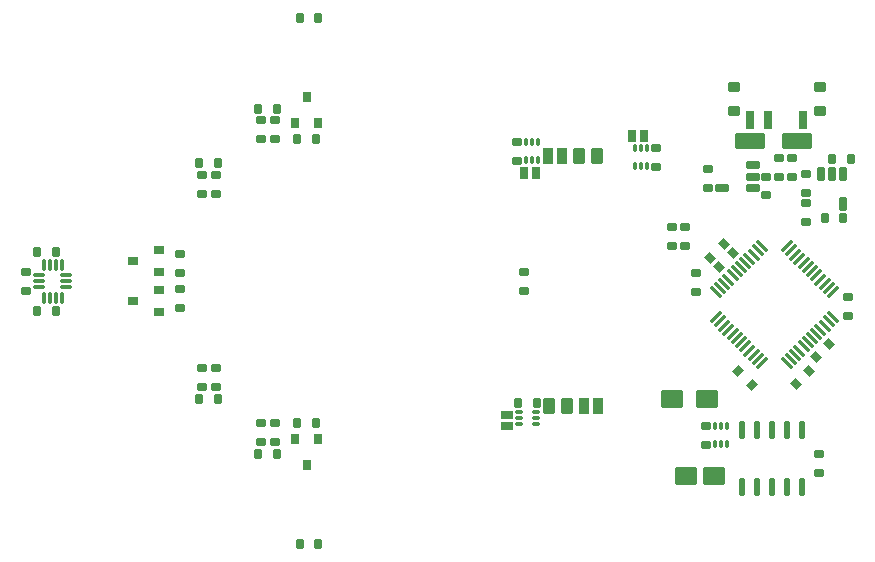
<source format=gtp>
G04 #@! TF.GenerationSoftware,KiCad,Pcbnew,7.0.5*
G04 #@! TF.CreationDate,2024-01-12T07:50:16+09:00*
G04 #@! TF.ProjectId,uglyBob,75676c79-426f-4622-9e6b-696361645f70,rev?*
G04 #@! TF.SameCoordinates,Original*
G04 #@! TF.FileFunction,Paste,Top*
G04 #@! TF.FilePolarity,Positive*
%FSLAX46Y46*%
G04 Gerber Fmt 4.6, Leading zero omitted, Abs format (unit mm)*
G04 Created by KiCad (PCBNEW 7.0.5) date 2024-01-12 07:50:16*
%MOMM*%
%LPD*%
G01*
G04 APERTURE LIST*
G04 Aperture macros list*
%AMRoundRect*
0 Rectangle with rounded corners*
0 $1 Rounding radius*
0 $2 $3 $4 $5 $6 $7 $8 $9 X,Y pos of 4 corners*
0 Add a 4 corners polygon primitive as box body*
4,1,4,$2,$3,$4,$5,$6,$7,$8,$9,$2,$3,0*
0 Add four circle primitives for the rounded corners*
1,1,$1+$1,$2,$3*
1,1,$1+$1,$4,$5*
1,1,$1+$1,$6,$7*
1,1,$1+$1,$8,$9*
0 Add four rect primitives between the rounded corners*
20,1,$1+$1,$2,$3,$4,$5,0*
20,1,$1+$1,$4,$5,$6,$7,0*
20,1,$1+$1,$6,$7,$8,$9,0*
20,1,$1+$1,$8,$9,$2,$3,0*%
G04 Aperture macros list end*
%ADD10RoundRect,0.080000X0.320000X-0.620000X0.320000X0.620000X-0.320000X0.620000X-0.320000X-0.620000X0*%
%ADD11RoundRect,0.100000X0.400000X-0.600000X0.400000X0.600000X-0.400000X0.600000X-0.400000X-0.600000X0*%
%ADD12RoundRect,0.037500X0.362500X-0.262500X0.362500X0.262500X-0.362500X0.262500X-0.362500X-0.262500X0*%
%ADD13RoundRect,0.037500X0.262500X0.362500X-0.262500X0.362500X-0.262500X-0.362500X0.262500X-0.362500X0*%
%ADD14RoundRect,0.037500X-0.262500X-0.362500X0.262500X-0.362500X0.262500X0.362500X-0.262500X0.362500X0*%
%ADD15RoundRect,0.019685X-0.280315X0.530315X-0.280315X-0.530315X0.280315X-0.530315X0.280315X0.530315X0*%
%ADD16RoundRect,0.140000X-1.110000X0.560000X-1.110000X-0.560000X1.110000X-0.560000X1.110000X0.560000X0*%
%ADD17RoundRect,0.100000X0.150000X0.650000X-0.150000X0.650000X-0.150000X-0.650000X0.150000X-0.650000X0*%
%ADD18RoundRect,0.037500X-0.362500X0.262500X-0.362500X-0.262500X0.362500X-0.262500X0.362500X0.262500X0*%
%ADD19RoundRect,0.060000X0.390000X0.240000X-0.390000X0.240000X-0.390000X-0.240000X0.390000X-0.240000X0*%
%ADD20RoundRect,0.037500X0.441942X0.070711X0.070711X0.441942X-0.441942X-0.070711X-0.070711X-0.441942X0*%
%ADD21RoundRect,0.060000X-0.240000X0.390000X-0.240000X-0.390000X0.240000X-0.390000X0.240000X0.390000X0*%
%ADD22RoundRect,0.050000X-0.318198X-0.459619X0.459619X0.318198X0.318198X0.459619X-0.459619X-0.318198X0*%
%ADD23RoundRect,0.050000X0.459619X-0.318198X-0.318198X0.459619X-0.459619X0.318198X0.318198X-0.459619X0*%
%ADD24RoundRect,0.050000X0.318198X0.459619X-0.459619X-0.318198X-0.318198X-0.459619X0.459619X0.318198X0*%
%ADD25RoundRect,0.037500X0.070711X-0.441942X0.441942X-0.070711X-0.070711X0.441942X-0.441942X0.070711X0*%
%ADD26RoundRect,0.070000X0.280000X0.680000X-0.280000X0.680000X-0.280000X-0.680000X0.280000X-0.680000X0*%
%ADD27RoundRect,0.080000X0.420000X0.320000X-0.420000X0.320000X-0.420000X-0.320000X0.420000X-0.320000X0*%
%ADD28RoundRect,0.080000X-0.320000X0.620000X-0.320000X-0.620000X0.320000X-0.620000X0.320000X0.620000X0*%
%ADD29RoundRect,0.100000X-0.400000X0.600000X-0.400000X-0.600000X0.400000X-0.600000X0.400000X0.600000X0*%
%ADD30RoundRect,0.075000X0.425000X0.300000X-0.425000X0.300000X-0.425000X-0.300000X0.425000X-0.300000X0*%
%ADD31RoundRect,0.060000X0.240000X-0.390000X0.240000X0.390000X-0.240000X0.390000X-0.240000X-0.390000X0*%
%ADD32RoundRect,0.060000X0.090000X-0.275000X0.090000X0.275000X-0.090000X0.275000X-0.090000X-0.275000X0*%
%ADD33RoundRect,0.060000X-0.090000X0.275000X-0.090000X-0.275000X0.090000X-0.275000X0.090000X0.275000X0*%
%ADD34RoundRect,0.060000X0.275000X0.090000X-0.275000X0.090000X-0.275000X-0.090000X0.275000X-0.090000X0*%
%ADD35RoundRect,0.075000X0.300000X-0.425000X0.300000X0.425000X-0.300000X0.425000X-0.300000X-0.425000X0*%
%ADD36RoundRect,0.019685X0.530315X0.280315X-0.530315X0.280315X-0.530315X-0.280315X0.530315X-0.280315X0*%
%ADD37RoundRect,0.075000X-0.300000X0.425000X-0.300000X-0.425000X0.300000X-0.425000X0.300000X0.425000X0*%
%ADD38RoundRect,0.050000X-0.850000X-0.700000X0.850000X-0.700000X0.850000X0.700000X-0.850000X0.700000X0*%
%ADD39RoundRect,0.060000X-0.090000X0.440000X-0.090000X-0.440000X0.090000X-0.440000X0.090000X0.440000X0*%
%ADD40RoundRect,0.060000X-0.440000X-0.090000X0.440000X-0.090000X0.440000X0.090000X-0.440000X0.090000X0*%
%ADD41RoundRect,0.093750X0.806250X0.656250X-0.806250X0.656250X-0.806250X-0.656250X0.806250X-0.656250X0*%
G04 APERTURE END LIST*
D10*
X104950000Y-89450000D03*
X106150000Y-89450000D03*
D11*
X107550000Y-89450000D03*
X109050000Y-89450000D03*
D12*
X114100000Y-90300000D03*
X114100000Y-88700000D03*
X117500000Y-100950000D03*
X117500000Y-99350000D03*
X73800000Y-99300000D03*
X73800000Y-97700000D03*
D13*
X104000000Y-110300000D03*
X102400000Y-110300000D03*
D12*
X81800000Y-88000000D03*
X81800000Y-86400000D03*
D13*
X77000000Y-110000000D03*
X75400000Y-110000000D03*
D14*
X83700000Y-88000000D03*
X85300000Y-88000000D03*
D12*
X116500000Y-97000000D03*
X116500000Y-95400000D03*
D15*
X129950000Y-90900000D03*
X129000000Y-90900000D03*
X128050000Y-90900000D03*
X129950000Y-93500000D03*
D16*
X126000000Y-88100000D03*
X122000000Y-88100000D03*
D13*
X85300000Y-112000000D03*
X83700000Y-112000000D03*
D17*
X121360000Y-117405000D03*
X121360000Y-112595000D03*
X122630000Y-117405000D03*
X122630000Y-112595000D03*
X123900000Y-117405000D03*
X123900000Y-112595000D03*
X125170000Y-117405000D03*
X125170000Y-112595000D03*
X126440000Y-117405000D03*
X126440000Y-112595000D03*
D18*
X76800000Y-107400000D03*
X76800000Y-109000000D03*
D19*
X72000000Y-99250000D03*
X72000000Y-97350000D03*
X69800000Y-98300000D03*
D18*
X80600000Y-86400000D03*
X80600000Y-88000000D03*
D20*
X122165685Y-108765685D03*
X121034315Y-107634315D03*
D21*
X85450000Y-113400000D03*
X83550000Y-113400000D03*
X84500000Y-115600000D03*
D12*
X60700000Y-100800000D03*
X60700000Y-99200000D03*
D22*
X129049747Y-100939340D03*
X128696194Y-100585786D03*
X128342641Y-100232233D03*
X127989087Y-99878680D03*
X127635534Y-99525126D03*
X127281981Y-99171573D03*
X126928427Y-98818019D03*
X126574874Y-98464466D03*
X126221320Y-98110913D03*
X125867767Y-97757359D03*
X125514214Y-97403806D03*
X125160660Y-97050253D03*
D23*
X123039340Y-97050253D03*
X122685786Y-97403806D03*
X122332233Y-97757359D03*
X121978680Y-98110913D03*
X121625126Y-98464466D03*
X121271573Y-98818019D03*
X120918019Y-99171573D03*
X120564466Y-99525126D03*
X120210913Y-99878680D03*
X119857359Y-100232233D03*
X119503806Y-100585786D03*
X119150253Y-100939340D03*
D24*
X119150253Y-103060660D03*
X119503806Y-103414214D03*
X119857359Y-103767767D03*
X120210913Y-104121320D03*
X120564466Y-104474874D03*
X120918019Y-104828427D03*
X121271573Y-105181981D03*
X121625126Y-105535534D03*
X121978680Y-105889087D03*
X122332233Y-106242641D03*
X122685786Y-106596194D03*
X123039340Y-106949747D03*
D23*
X125160660Y-106949747D03*
X125514214Y-106596194D03*
X125867767Y-106242641D03*
X126221320Y-105889087D03*
X126574874Y-105535534D03*
X126928427Y-105181981D03*
X127281981Y-104828427D03*
X127635534Y-104474874D03*
X127989087Y-104121320D03*
X128342641Y-103767767D03*
X128696194Y-103414214D03*
X129049747Y-103060660D03*
D12*
X75600000Y-92600000D03*
X75600000Y-91000000D03*
D18*
X124500000Y-89550000D03*
X124500000Y-91150000D03*
D25*
X119434315Y-98765685D03*
X120565685Y-97634315D03*
D26*
X126550000Y-86350000D03*
X123550000Y-86350000D03*
X122050000Y-86350000D03*
D27*
X127950000Y-85600000D03*
X127950000Y-83600000D03*
X120650000Y-85600000D03*
X120650000Y-83600000D03*
D18*
X127850000Y-114650000D03*
X127850000Y-116250000D03*
D12*
X115400000Y-97000000D03*
X115400000Y-95400000D03*
D14*
X61700000Y-97500000D03*
X63300000Y-97500000D03*
D28*
X109150000Y-110550000D03*
X107950000Y-110550000D03*
D29*
X106550000Y-110550000D03*
X105050000Y-110550000D03*
D18*
X126800000Y-90900000D03*
X126800000Y-92500000D03*
D13*
X129950000Y-94700000D03*
X128350000Y-94700000D03*
X77000000Y-90000000D03*
X75400000Y-90000000D03*
D14*
X80400000Y-114600000D03*
X82000000Y-114600000D03*
D25*
X127584315Y-106415685D03*
X128715685Y-105284315D03*
D30*
X101450000Y-112300000D03*
X101450000Y-111300000D03*
D12*
X80600000Y-113600000D03*
X80600000Y-112000000D03*
X125600000Y-91150000D03*
X125600000Y-89550000D03*
D31*
X83550000Y-86600000D03*
X85450000Y-86600000D03*
X84500000Y-84400000D03*
D32*
X112300000Y-90240000D03*
X112800000Y-90240000D03*
X113300000Y-90240000D03*
X113300000Y-88760000D03*
X112800000Y-88760000D03*
X112300000Y-88760000D03*
D19*
X72000000Y-102650000D03*
X72000000Y-100750000D03*
X69800000Y-101700000D03*
D33*
X120100000Y-112310000D03*
X119600000Y-112310000D03*
X119100000Y-112310000D03*
X119100000Y-113790000D03*
X119600000Y-113790000D03*
X120100000Y-113790000D03*
D34*
X103940000Y-112100000D03*
X103940000Y-111600000D03*
X103940000Y-111100000D03*
X102460000Y-111100000D03*
X102460000Y-111600000D03*
X102460000Y-112100000D03*
D33*
X104050000Y-88260000D03*
X103550000Y-88260000D03*
X103050000Y-88260000D03*
X103050000Y-89740000D03*
X103550000Y-89740000D03*
X104050000Y-89740000D03*
D14*
X83900000Y-122250000D03*
X85500000Y-122250000D03*
D18*
X130350000Y-101350000D03*
X130350000Y-102950000D03*
D35*
X112050000Y-87750000D03*
X113050000Y-87750000D03*
D36*
X122300000Y-92100000D03*
X122300000Y-91150000D03*
X122300000Y-90200000D03*
X119700000Y-92100000D03*
D18*
X81800000Y-112000000D03*
X81800000Y-113600000D03*
D14*
X80400000Y-85400000D03*
X82000000Y-85400000D03*
D13*
X63300000Y-102500000D03*
X61700000Y-102500000D03*
D37*
X103900000Y-90850000D03*
X102900000Y-90850000D03*
D12*
X73800000Y-102300000D03*
X73800000Y-100700000D03*
D38*
X119000000Y-116500000D03*
X116600000Y-116500000D03*
D18*
X75600000Y-107400000D03*
X75600000Y-109000000D03*
D12*
X118500000Y-92100000D03*
X118500000Y-90500000D03*
D39*
X63750000Y-98600000D03*
X63250000Y-98600000D03*
X62750000Y-98600000D03*
X62250000Y-98600000D03*
D40*
X61850000Y-99500000D03*
X61850000Y-100000000D03*
X61850000Y-100500000D03*
D39*
X62250000Y-101400000D03*
X62750000Y-101400000D03*
X63250000Y-101400000D03*
X63750000Y-101400000D03*
D40*
X64150000Y-100500000D03*
X64150000Y-100000000D03*
X64150000Y-99500000D03*
D14*
X83900000Y-77750000D03*
X85500000Y-77750000D03*
D41*
X118400000Y-110000000D03*
X115400000Y-110000000D03*
D25*
X118684315Y-98015685D03*
X119815685Y-96884315D03*
D18*
X126800000Y-93400000D03*
X126800000Y-95000000D03*
X102900000Y-99200000D03*
X102900000Y-100800000D03*
D13*
X130600000Y-89700000D03*
X129000000Y-89700000D03*
D25*
X125934315Y-108715685D03*
X127065685Y-107584315D03*
D18*
X102300000Y-88200000D03*
X102300000Y-89800000D03*
D12*
X76800000Y-92600000D03*
X76800000Y-91000000D03*
D18*
X118300000Y-112250000D03*
X118300000Y-113850000D03*
D12*
X123400000Y-92750000D03*
X123400000Y-91150000D03*
M02*

</source>
